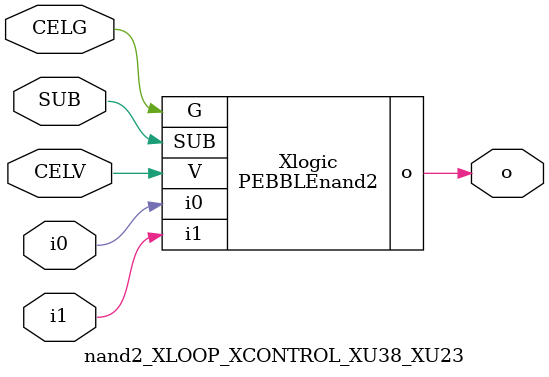
<source format=v>



module PEBBLEnand2 ( o, G, SUB, V, i0, i1 );

  input i0;
  input V;
  input i1;
  input G;
  output o;
  input SUB;
endmodule

//Celera Confidential Do Not Copy nand2_XLOOP_XCONTROL_XU38_XU23
//Celera Confidential Symbol Generator
//5V NAND2
module nand2_XLOOP_XCONTROL_XU38_XU23 (CELV,CELG,i0,i1,o,SUB);
input CELV;
input CELG;
input i0;
input i1;
input SUB;
output o;

//Celera Confidential Do Not Copy nand2
PEBBLEnand2 Xlogic(
.V (CELV),
.i0 (i0),
.i1 (i1),
.o (o),
.SUB (SUB),
.G (CELG)
);
//,diesize,PEBBLEnand2

//Celera Confidential Do Not Copy Module End
//Celera Schematic Generator
endmodule

</source>
